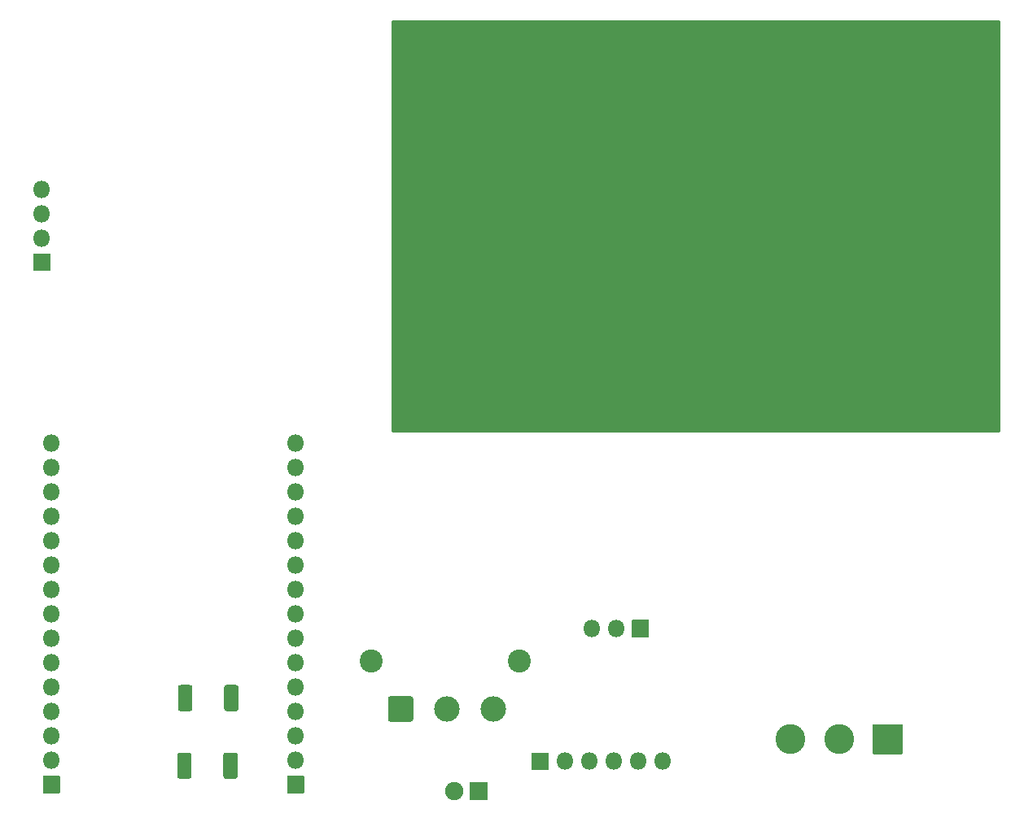
<source format=gbs>
G04 #@! TF.GenerationSoftware,KiCad,Pcbnew,5.1.12-84ad8e8a86~92~ubuntu18.04.1*
G04 #@! TF.CreationDate,2022-03-31T10:50:17-04:00*
G04 #@! TF.ProjectId,OMC_WIFI_PCB,4f4d435f-5749-4464-995f-5043422e6b69,rev?*
G04 #@! TF.SameCoordinates,Original*
G04 #@! TF.FileFunction,Soldermask,Bot*
G04 #@! TF.FilePolarity,Negative*
%FSLAX46Y46*%
G04 Gerber Fmt 4.6, Leading zero omitted, Abs format (unit mm)*
G04 Created by KiCad (PCBNEW 5.1.12-84ad8e8a86~92~ubuntu18.04.1) date 2022-03-31 10:50:17*
%MOMM*%
%LPD*%
G01*
G04 APERTURE LIST*
%ADD10C,0.150000*%
%ADD11C,0.500000*%
%ADD12C,0.100000*%
%ADD13O,1.800000X1.800000*%
%ADD14C,2.100000*%
%ADD15C,3.100000*%
%ADD16C,1.900000*%
%ADD17C,2.400000*%
%ADD18C,2.650000*%
%ADD19C,0.254000*%
G04 APERTURE END LIST*
D10*
X632356343Y954380324D02*
X631880154Y954379381D01*
X631833478Y953903097D01*
X631881002Y953950810D01*
X631976146Y953998618D01*
X632214241Y953999089D01*
X632309573Y953951659D01*
X632357286Y953904134D01*
X632405094Y953808991D01*
X632405565Y953570896D01*
X632358135Y953475564D01*
X632310610Y953427851D01*
X632215466Y953380043D01*
X631977372Y953379572D01*
X631882039Y953427002D01*
X631834326Y953474527D01*
X632882038Y953428982D02*
X632882132Y953381363D01*
X632834701Y953286031D01*
X632787177Y953238318D01*
X633499198Y954382587D02*
X633594436Y954382776D01*
X633689768Y954335345D01*
X633737481Y954287821D01*
X633785289Y954192677D01*
X633833285Y954002296D01*
X633833757Y953764201D01*
X633786515Y953573631D01*
X633739084Y953478298D01*
X633691560Y953430585D01*
X633596416Y953382778D01*
X633501178Y953382589D01*
X633405846Y953430019D01*
X633358133Y953477544D01*
X633310325Y953572688D01*
X633262329Y953763069D01*
X633261858Y954001164D01*
X633309099Y954191734D01*
X633356530Y954287066D01*
X633404054Y954334780D01*
X633499198Y954382587D01*
X634737291Y954385039D02*
X634261101Y954384096D01*
X634214425Y953907812D01*
X634261950Y953955525D01*
X634357094Y954003333D01*
X634595188Y954003804D01*
X634690521Y953956374D01*
X634738234Y953908849D01*
X634786041Y953813706D01*
X634786513Y953575611D01*
X634739082Y953480279D01*
X634691558Y953432565D01*
X634596414Y953384758D01*
X634358319Y953384286D01*
X634262987Y953431717D01*
X634215274Y953479241D01*
X635403956Y954386359D02*
X635499194Y954386547D01*
X635594526Y954339117D01*
X635642240Y954291592D01*
X635690047Y954196449D01*
X635738043Y954006067D01*
X635738515Y953767973D01*
X635691273Y953577402D01*
X635643843Y953482070D01*
X635596318Y953434357D01*
X635501174Y953386549D01*
X635405936Y953386361D01*
X635310604Y953433791D01*
X635262891Y953481316D01*
X635215083Y953576459D01*
X635167087Y953766841D01*
X635166616Y954004936D01*
X635213858Y954195506D01*
X635261288Y954290838D01*
X635308813Y954338551D01*
X635403956Y954386359D01*
X636929743Y953389378D02*
X636928423Y954056044D01*
X636928611Y953960806D02*
X636976136Y954008519D01*
X637071280Y954056327D01*
X637214137Y954056609D01*
X637309469Y954009179D01*
X637357276Y953914035D01*
X637358314Y953390227D01*
X637357276Y953914035D02*
X637404707Y954009368D01*
X637499850Y954057175D01*
X637642707Y954057458D01*
X637738039Y954010028D01*
X637785847Y953914884D01*
X637786884Y953391076D01*
X638263074Y953392019D02*
X638261754Y954058684D01*
X638261942Y953963446D02*
X638309467Y954011159D01*
X638404610Y954058967D01*
X638547467Y954059250D01*
X638642799Y954011819D01*
X638690607Y953916676D01*
X638691644Y953392867D01*
X638690607Y953916676D02*
X638738037Y954012008D01*
X638833181Y954059815D01*
X638976038Y954060098D01*
X639071370Y954012668D01*
X639119178Y953917524D01*
X639120215Y953393716D01*
X632972705Y955133927D02*
X638022705Y955143927D01*
X632970000Y956500000D02*
X632973866Y954547507D01*
X638020000Y956510000D02*
X638023866Y954557507D01*
X638022705Y955143927D02*
X636897365Y954555277D01*
X638022705Y955143927D02*
X636895042Y955728116D01*
X632972705Y955133927D02*
X634100368Y954549738D01*
X632972705Y955133927D02*
X634098045Y955722577D01*
D11*
X669701391Y942890000D02*
G75*
G03*
X669701391Y942890000I-1761391J0D01*
G01*
D12*
G36*
X617700000Y961680000D02*
G01*
X617670000Y961650000D01*
X617670000Y961730000D01*
X617700000Y961680000D01*
G37*
X617700000Y961680000D02*
X617670000Y961650000D01*
X617670000Y961730000D01*
X617700000Y961680000D01*
G36*
G01*
X595720000Y905367144D02*
X595720000Y903152856D01*
G75*
G02*
X595452144Y902885000I-267856J0D01*
G01*
X594487856Y902885000D01*
G75*
G02*
X594220000Y903152856I0J267856D01*
G01*
X594220000Y905367144D01*
G75*
G02*
X594487856Y905635000I267856J0D01*
G01*
X595452144Y905635000D01*
G75*
G02*
X595720000Y905367144I0J-267856D01*
G01*
G37*
G36*
G01*
X600520000Y905367144D02*
X600520000Y903152856D01*
G75*
G02*
X600252144Y902885000I-267856J0D01*
G01*
X599287856Y902885000D01*
G75*
G02*
X599020000Y903152856I0J267856D01*
G01*
X599020000Y905367144D01*
G75*
G02*
X599287856Y905635000I267856J0D01*
G01*
X600252144Y905635000D01*
G75*
G02*
X600520000Y905367144I0J-267856D01*
G01*
G37*
G36*
G01*
X599100000Y910192856D02*
X599100000Y912407144D01*
G75*
G02*
X599367856Y912675000I267856J0D01*
G01*
X600332144Y912675000D01*
G75*
G02*
X600600000Y912407144I0J-267856D01*
G01*
X600600000Y910192856D01*
G75*
G02*
X600332144Y909925000I-267856J0D01*
G01*
X599367856Y909925000D01*
G75*
G02*
X599100000Y910192856I0J267856D01*
G01*
G37*
G36*
G01*
X594300000Y910192856D02*
X594300000Y912407144D01*
G75*
G02*
X594567856Y912675000I267856J0D01*
G01*
X595532144Y912675000D01*
G75*
G02*
X595800000Y912407144I0J-267856D01*
G01*
X595800000Y910192856D01*
G75*
G02*
X595532144Y909925000I-267856J0D01*
G01*
X594567856Y909925000D01*
G75*
G02*
X594300000Y910192856I0J267856D01*
G01*
G37*
G36*
G01*
X632820000Y903830000D02*
X631120000Y903830000D01*
G75*
G02*
X631070000Y903880000I0J50000D01*
G01*
X631070000Y905580000D01*
G75*
G02*
X631120000Y905630000I50000J0D01*
G01*
X632820000Y905630000D01*
G75*
G02*
X632870000Y905580000I0J-50000D01*
G01*
X632870000Y903880000D01*
G75*
G02*
X632820000Y903830000I-50000J0D01*
G01*
G37*
D13*
X634510000Y904730000D03*
X637050000Y904730000D03*
X639590000Y904730000D03*
X642130000Y904730000D03*
X644670000Y904730000D03*
D14*
X639690000Y962160000D03*
X634610000Y962170000D03*
X654570000Y962180000D03*
X649490000Y962190000D03*
G36*
G01*
X626200000Y957475000D02*
X623200000Y957475000D01*
G75*
G02*
X623150000Y957525000I0J50000D01*
G01*
X623150000Y960525000D01*
G75*
G02*
X623200000Y960575000I50000J0D01*
G01*
X626200000Y960575000D01*
G75*
G02*
X626250000Y960525000I0J-50000D01*
G01*
X626250000Y957525000D01*
G75*
G02*
X626200000Y957475000I-50000J0D01*
G01*
G37*
D15*
X624700000Y964105000D03*
X657960000Y907010000D03*
X663040000Y907010000D03*
G36*
G01*
X669670000Y908510000D02*
X669670000Y905510000D01*
G75*
G02*
X669620000Y905460000I-50000J0D01*
G01*
X666620000Y905460000D01*
G75*
G02*
X666570000Y905510000I0J50000D01*
G01*
X666570000Y908510000D01*
G75*
G02*
X666620000Y908560000I50000J0D01*
G01*
X669620000Y908560000D01*
G75*
G02*
X669670000Y908510000I0J-50000D01*
G01*
G37*
G36*
G01*
X643800000Y944400000D02*
X643800000Y941400000D01*
G75*
G02*
X643750000Y941350000I-50000J0D01*
G01*
X640750000Y941350000D01*
G75*
G02*
X640700000Y941400000I0J50000D01*
G01*
X640700000Y944400000D01*
G75*
G02*
X640750000Y944450000I50000J0D01*
G01*
X643750000Y944450000D01*
G75*
G02*
X643800000Y944400000I0J-50000D01*
G01*
G37*
X637170000Y942900000D03*
X662860000Y943080000D03*
X667940000Y943080000D03*
G36*
G01*
X674570000Y944580000D02*
X674570000Y941580000D01*
G75*
G02*
X674520000Y941530000I-50000J0D01*
G01*
X671520000Y941530000D01*
G75*
G02*
X671470000Y941580000I0J50000D01*
G01*
X671470000Y944580000D01*
G75*
G02*
X671520000Y944630000I50000J0D01*
G01*
X674520000Y944630000D01*
G75*
G02*
X674570000Y944580000I0J-50000D01*
G01*
G37*
G36*
G01*
X626535000Y902515000D02*
X626535000Y900715000D01*
G75*
G02*
X626485000Y900665000I-50000J0D01*
G01*
X624685000Y900665000D01*
G75*
G02*
X624635000Y900715000I0J50000D01*
G01*
X624635000Y902515000D01*
G75*
G02*
X624685000Y902565000I50000J0D01*
G01*
X626485000Y902565000D01*
G75*
G02*
X626535000Y902515000I0J-50000D01*
G01*
G37*
D16*
X623045000Y901615000D03*
G36*
G01*
X607440000Y903150000D02*
X607440000Y901450000D01*
G75*
G02*
X607390000Y901400000I-50000J0D01*
G01*
X605690000Y901400000D01*
G75*
G02*
X605640000Y901450000I0J50000D01*
G01*
X605640000Y903150000D01*
G75*
G02*
X605690000Y903200000I50000J0D01*
G01*
X607390000Y903200000D01*
G75*
G02*
X607440000Y903150000I0J-50000D01*
G01*
G37*
D13*
X606540000Y904840000D03*
X606540000Y907380000D03*
X606540000Y909920000D03*
X606540000Y912460000D03*
X606540000Y915000000D03*
X606540000Y917540000D03*
X606540000Y920080000D03*
X606540000Y922620000D03*
X606540000Y925160000D03*
X606540000Y927700000D03*
X606540000Y930240000D03*
X606540000Y932780000D03*
X606540000Y935320000D03*
X606540000Y937860000D03*
G36*
G01*
X582040000Y903150000D02*
X582040000Y901450000D01*
G75*
G02*
X581990000Y901400000I-50000J0D01*
G01*
X580290000Y901400000D01*
G75*
G02*
X580240000Y901450000I0J50000D01*
G01*
X580240000Y903150000D01*
G75*
G02*
X580290000Y903200000I50000J0D01*
G01*
X581990000Y903200000D01*
G75*
G02*
X582040000Y903150000I0J-50000D01*
G01*
G37*
X581140000Y904840000D03*
X581140000Y907380000D03*
X581140000Y909920000D03*
X581140000Y912460000D03*
X581140000Y915000000D03*
X581140000Y917540000D03*
X581140000Y920080000D03*
X581140000Y922620000D03*
X581140000Y925160000D03*
X581140000Y927700000D03*
X581140000Y930240000D03*
X581140000Y932780000D03*
X581140000Y935320000D03*
X581140000Y937860000D03*
D15*
X665900000Y975970000D03*
X665900000Y966440000D03*
G36*
G01*
X667400000Y955360000D02*
X664400000Y955360000D01*
G75*
G02*
X664350000Y955410000I0J50000D01*
G01*
X664350000Y958410000D01*
G75*
G02*
X664400000Y958460000I50000J0D01*
G01*
X667400000Y958460000D01*
G75*
G02*
X667450000Y958410000I0J-50000D01*
G01*
X667450000Y955410000D01*
G75*
G02*
X667400000Y955360000I-50000J0D01*
G01*
G37*
D13*
X637320000Y918540000D03*
X639860000Y918540000D03*
G36*
G01*
X641550000Y919440000D02*
X643250000Y919440000D01*
G75*
G02*
X643300000Y919390000I0J-50000D01*
G01*
X643300000Y917690000D01*
G75*
G02*
X643250000Y917640000I-50000J0D01*
G01*
X641550000Y917640000D01*
G75*
G02*
X641500000Y917690000I0J50000D01*
G01*
X641500000Y919390000D01*
G75*
G02*
X641550000Y919440000I50000J0D01*
G01*
G37*
X580125000Y964295000D03*
X580125000Y961755000D03*
X580125000Y959215000D03*
G36*
G01*
X581025000Y957525000D02*
X581025000Y955825000D01*
G75*
G02*
X580975000Y955775000I-50000J0D01*
G01*
X579275000Y955775000D01*
G75*
G02*
X579225000Y955825000I0J50000D01*
G01*
X579225000Y957525000D01*
G75*
G02*
X579275000Y957575000I50000J0D01*
G01*
X580975000Y957575000D01*
G75*
G02*
X581025000Y957525000I0J-50000D01*
G01*
G37*
D17*
X629825000Y915150000D03*
G36*
G01*
X623125000Y946100000D02*
X626125000Y946100000D01*
G75*
G02*
X626175000Y946050000I0J-50000D01*
G01*
X626175000Y943050000D01*
G75*
G02*
X626125000Y943000000I-50000J0D01*
G01*
X623125000Y943000000D01*
G75*
G02*
X623075000Y943050000I0J50000D01*
G01*
X623075000Y946050000D01*
G75*
G02*
X623125000Y946100000I50000J0D01*
G01*
G37*
D15*
X619625000Y944550000D03*
D17*
X614425000Y915150000D03*
D18*
X627060000Y910170000D03*
X622260000Y910170000D03*
G36*
G01*
X616135000Y909104802D02*
X616135000Y911235198D01*
G75*
G02*
X616394802Y911495000I259802J0D01*
G01*
X618525198Y911495000D01*
G75*
G02*
X618785000Y911235198I0J-259802D01*
G01*
X618785000Y909104802D01*
G75*
G02*
X618525198Y908845000I-259802J0D01*
G01*
X616394802Y908845000D01*
G75*
G02*
X616135000Y909104802I0J259802D01*
G01*
G37*
D19*
X679633000Y939107000D02*
X616607000Y939107000D01*
X616607000Y981803000D01*
X679633000Y981803000D01*
X679633000Y939107000D01*
D12*
G36*
X679633000Y939107000D02*
G01*
X616607000Y939107000D01*
X616607000Y981803000D01*
X679633000Y981803000D01*
X679633000Y939107000D01*
G37*
M02*

</source>
